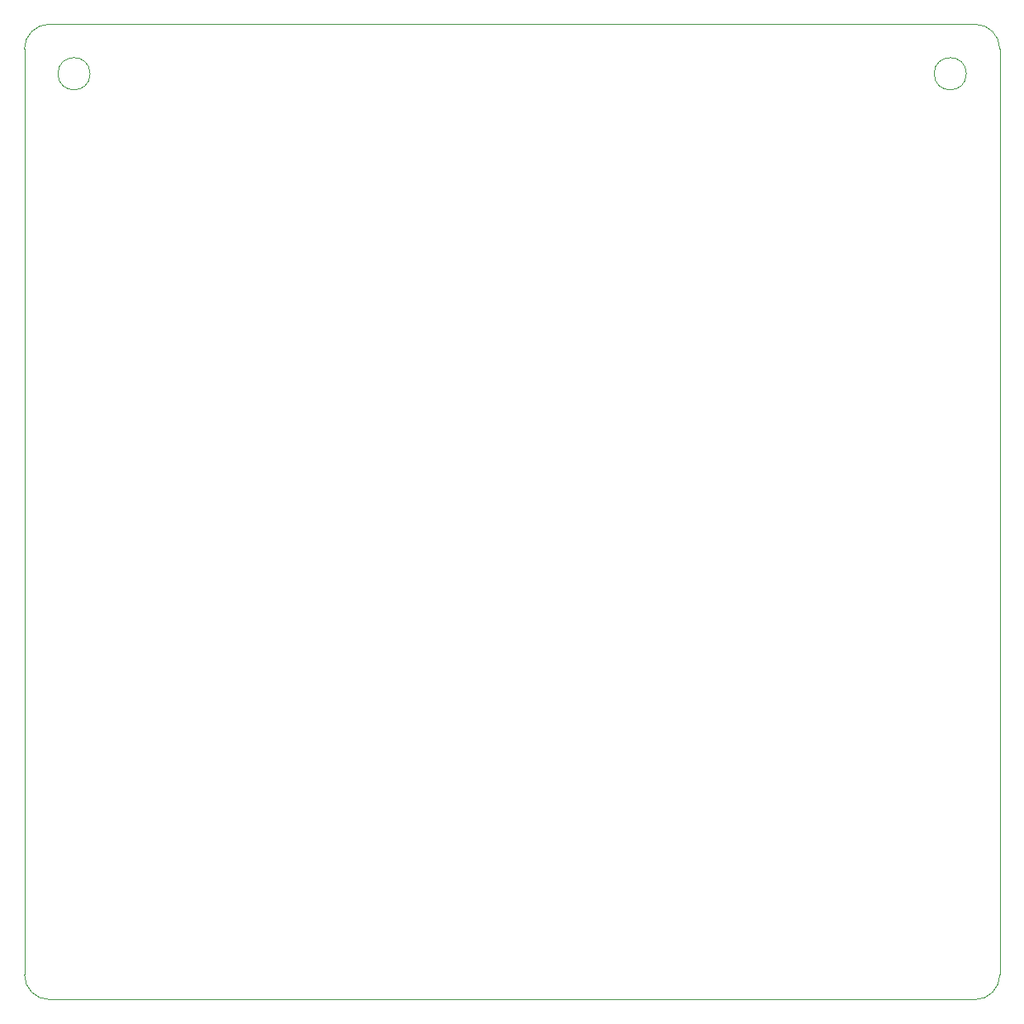
<source format=gm1>
G04 Layer_Color=16711935*
%FSLAX25Y25*%
%MOIN*%
G70*
G01*
G75*
%ADD27C,0.00050*%
D27*
X696850Y686850D02*
G03*
X686850Y696850I-10000J0D01*
G01*
Y303150D02*
G03*
X696850Y313150I0J10000D01*
G01*
X303150D02*
G03*
X313150Y303150I10000J0D01*
G01*
Y696850D02*
G03*
X303150Y686850I0J-10000D01*
G01*
X329646Y676850D02*
G03*
X329646Y676850I-6496J0D01*
G01*
X683347D02*
G03*
X683347Y676850I-6496J0D01*
G01*
X696850Y313150D02*
Y686850D01*
X313150Y303150D02*
X686850D01*
X303150Y313150D02*
Y686850D01*
X313150Y696850D02*
X686850D01*
M02*

</source>
